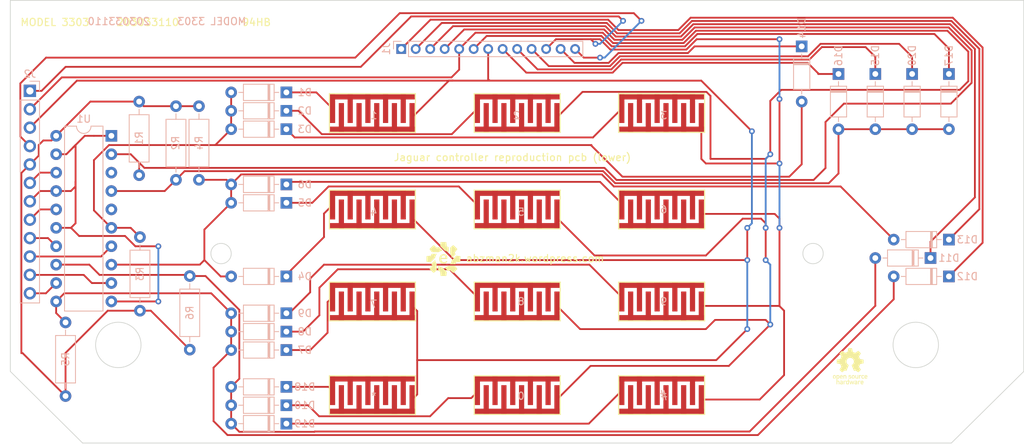
<source format=kicad_pcb>
(kicad_pcb (version 20211014) (generator pcbnew)
  (layers (0 "F.Cu" signal) (31 "B.Cu" signal) (34 "B.Paste" user) (35 "F.Paste" user) (36 "B.SilkS" user "B.Silkscreen") (37 "F.SilkS" user "F.Silkscreen") (38 "B.Mask" user) (39 "F.Mask" user) (44 "Edge.Cuts" user))
  (net 0 "")
  (net 1 "Net-(D1-Pad1)")
  (net 2 "/row3")
  (net 3 "Net-(D2-Pad1)")
  (net 4 "Net-(D3-Pad1)")
  (net 5 "Net-(D4-Pad1)")
  (net 6 "/row4")
  (net 7 "Net-(D5-Pad1)")
  (net 8 "Net-(D6-Pad1)")
  (net 9 "Net-(D7-Pad1)")
  (net 10 "/row5")
  (net 11 "Net-(D8-Pad1)")
  (net 12 "Net-(D9-Pad1)")
  (net 13 "Net-(D10-Pad1)")
  (net 14 "/row6")
  (net 15 "/up")
  (net 16 "/down")
  (net 17 "/left")
  (net 18 "/right")
  (net 19 "/A")
  (net 20 "/row2")
  (net 21 "/B")
  (net 22 "/C")
  (net 23 "Net-(D18-Pad1)")
  (net 24 "Net-(D19-Pad1)")
  (net 25 "/Opt")
  (net 26 "/Pause")
  (net 27 "/Ccom")
  (net 28 "/Bcom")
  (net 29 "/Opt com")
  (net 30 "/Acom")
  (net 31 "+5V")
  (net 32 "Net-(J2-Pad6)")
  (net 33 "GND")
  (net 34 "Net-(J2-Pad8)")
  (net 35 "Net-(J2-Pad9)")
  (net 36 "Net-(J2-Pad10)")
  (net 37 "Net-(J2-Pad11)")
  (net 38 "Net-(J2-Pad12)")
  (footprint "Evan's misc parts:jaguar keypad button" (layer "F.Cu") (at 172.965 82.575 -90)
    (fp_text reference "SW10" hide)
    (fp_text value "3")
  )
  (footprint "Evan's misc parts:jaguar keypad button" (layer "F.Cu") (at 172.965 121.505 -90)
    (fp_text reference "SW12" hide)
    (fp_text value "#")
  )
  (footprint "Evan's misc parts:OSHW gear" (layer "F.Cu") (at 198.9836 117.5258)
    (fp_text reference "G***" hide)
    (fp_text value "LOGO" hide)
  )
  (footprint "Evan's misc parts:jaguar keypad button" (layer "F.Cu") (at 153.035 95.885 -90)
    (fp_text reference "SW5" hide)
    (fp_text value "5")
  )
  (footprint "Evan's misc parts:jaguar keypad button" (layer "F.Cu") (at 133.045 95.885 -90)
    (fp_text reference "SW2" hide)
    (fp_text value "4")
  )
  (footprint "Evan's misc parts:Evan Logo" (layer "F.Cu") (at 142.8496 102.7176)
    (fp_text reference "G***" hide)
    (fp_text value "LOGO" hide)
  )
  (footprint "Evan's misc parts:jaguar keypad button" (layer "F.Cu") (at 133.045 82.575 -90)
    (fp_text reference "SW1" hide)
    (fp_text value "1")
  )
  (footprint "Evan's misc parts:jaguar keypad button" (layer "F.Cu") (at 172.965 95.885 -90)
    (fp_text reference "SW9" hide)
    (fp_text value "6")
  )
  (footprint "Evan's misc parts:jaguar keypad button" (layer "F.Cu") (at 153.035 82.575 -90)
    (fp_text reference "SW6" hide)
    (fp_text value "2")
  )
  (footprint "Evan's misc parts:jaguar keypad button" (layer "F.Cu") (at 133.045 108.585 -90)
    (fp_text reference "SW3" hide)
    (fp_text value "7")
  )
  (footprint "Evan's misc parts:jaguar keypad button" (layer "F.Cu") (at 153.035 121.505 -90)
    (fp_text reference "SW8" hide)
    (fp_text value "0")
  )
  (footprint "Evan's misc parts:jaguar keypad button" (layer "F.Cu") (at 133.045 121.505 -90)
    (fp_text reference "SW4" hide)
    (fp_text value "*")
  )
  (footprint "Evan's misc parts:jaguar keypad button" (layer "F.Cu") (at 153.035 108.585 -90)
    (fp_text reference "SW7" hide)
    (fp_text value "8")
  )
  (footprint "Evan's misc parts:jaguar keypad button" (layer "F.Cu") (at 172.965 108.585 -90)
    (fp_text reference "SW11" hide)
    (fp_text value "9")
  )
  (footprint "Resistor_THT:R_Axial_DIN0207_L6.3mm_D2.5mm_P10.16mm_Horizontal" (layer "B.Cu") (at 90.695 121.635 90)
    (fp_text reference "R5")
    (fp_text value "4.7k")
  )
  (footprint "Diode_THT:D_DO-35_SOD27_P7.62mm_Horizontal" (layer "B.Cu") (at 210.075 102.585 180)
    (fp_text reference "D11")
    (fp_text value "1N4148")
  )
  (footprint "Resistor_THT:R_Axial_DIN0207_L6.3mm_D2.5mm_P10.16mm_Horizontal" (layer "B.Cu") (at 100.965 109.855 90)
    (fp_text reference "R3")
    (fp_text value "4.7k")
  )
  (footprint "Diode_THT:D_DO-35_SOD27_P7.62mm_Horizontal" (layer "B.Cu") (at 202.455 77.185 -90)
    (fp_text reference "D15")
    (fp_text value "1N4148")
  )
  (footprint "Diode_THT:D_DO-35_SOD27_P7.62mm_Horizontal" (layer "B.Cu") (at 121.175 82.265 180)
    (fp_text reference "D2")
    (fp_text value "1N4148")
  )
  (footprint "Resistor_THT:R_Axial_DIN0207_L6.3mm_D2.5mm_P10.16mm_Horizontal" (layer "B.Cu") (at 109.11 81.63 -90)
    (fp_text reference "R4")
    (fp_text value "4.7k")
  )
  (footprint "Connector_PinHeader_2.54mm:PinHeader_1x12_P2.54mm_Vertical" (layer "B.Cu") (at 85.775 79.515 180)
    (fp_text reference "J2")
    (fp_text value "to console")
  )
  (footprint "Diode_THT:D_DO-35_SOD27_P7.62mm_Horizontal" (layer "B.Cu") (at 121.175 110.205 180)
    (fp_text reference "D9")
    (fp_text value "1N4148")
  )
  (footprint "Resistor_THT:R_Axial_DIN0207_L6.3mm_D2.5mm_P10.16mm_Horizontal" (layer "B.Cu") (at 100.855 80.995 -90)
    (fp_text reference "R1")
    (fp_text value "4.7k")
  )
  (footprint "Diode_THT:D_DO-35_SOD27_P7.62mm_Horizontal" (layer "B.Cu") (at 121.175 79.725 180)
    (fp_text reference "D1")
    (fp_text value "1N4148")
  )
  (footprint "Diode_THT:D_DO-35_SOD27_P7.62mm_Horizontal" (layer "B.Cu") (at 192.295 73.375 -90)
    (fp_text reference "D14")
    (fp_text value "1N4148")
  )
  (footprint "Diode_THT:D_DO-35_SOD27_P7.62mm_Horizontal" (layer "B.Cu") (at 212.615 105.125 180)
    (fp_text reference "D12")
    (fp_text value "1N4148")
  )
  (footprint "Diode_THT:D_DO-35_SOD27_P7.62mm_Horizontal" (layer "B.Cu") (at 121.175 122.905 180)
    (fp_text reference "D10")
    (fp_text value "1N4148")
  )
  (footprint "Diode_THT:D_DO-35_SOD27_P7.62mm_Horizontal" (layer "B.Cu") (at 212.615 77.185 -90)
    (fp_text reference "D17")
    (fp_text value "1N4148")
  )
  (footprint "Diode_THT:D_DO-35_SOD27_P7.62mm_Horizontal" (layer "B.Cu") (at 212.615 100.045 180)
    (fp_text reference "D13")
    (fp_text value "1N4148")
  )
  (footprint "Diode_THT:D_DO-35_SOD27_P7.62mm_Horizontal" (layer "B.Cu") (at 121.175 94.965 180)
    (fp_text reference "D5")
    (fp_text value "1N4148")
  )
  (footprint "Diode_THT:D_DO-35_SOD27_P7.62mm_Horizontal" (layer "B.Cu") (at 121.175 92.425 180)
    (fp_text reference "D6")
    (fp_text value "1N4148")
  )
  (footprint "Diode_THT:D_DO-35_SOD27_P7.62mm_Horizontal" (layer "B.Cu") (at 121.175 105.125 180)
    (fp_text reference "D4")
    (fp_text value "1N4148")
  )
  (footprint "Diode_THT:D_DO-35_SOD27_P7.62mm_Horizontal" (layer "B.Cu") (at 121.175 84.805 180)
    (fp_text reference "D3")
    (fp_text value "1N4148")
  )
  (footprint "Resistor_THT:R_Axial_DIN0207_L6.3mm_D2.5mm_P10.16mm_Horizontal" (layer "B.Cu") (at 105.935 81.63 -90)
    (fp_text reference "R2")
    (fp_text value "4.7k")
  )
  (footprint "Diode_THT:D_DO-35_SOD27_P7.62mm_Horizontal" (layer "B.Cu") (at 121.175 120.365 180)
    (fp_text reference "D18")
    (fp_text value "1N4148")
  )
  (footprint "Package_DIP:DIP-20_W7.62mm" (layer "B.Cu") (at 97.0196 85.7194 180)
    (fp_text reference "U1")
    (fp_text value "74HC244")
  )
  (footprint "Diode_THT:D_DO-35_SOD27_P7.62mm_Horizontal" (layer "B.Cu") (at 121.175 125.445 180)
    (fp_text reference "D19")
    (fp_text value "1N4148")
  )
  (footprint "Diode_THT:D_DO-35_SOD27_P7.62mm_Horizontal" (layer "B.Cu") (at 121.175 112.745 180)
    (fp_text reference "D8")
    (fp_text value "1N4148")
  )
  (footprint "Diode_THT:D_DO-35_SOD27_P7.62mm_Horizontal" (layer "B.Cu") (at 121.175 115.285 180)
    (fp_text reference "D7")
    (fp_text value "1N4148")
  )
  (footprint "Resistor_THT:R_Axial_DIN0207_L6.3mm_D2.5mm_P10.16mm_Horizontal" (layer "B.Cu") (at 107.84 115.2312 90)
    (fp_text reference "R6")
    (fp_text value "4.7k")
  )
  (footprint "Connector_PinHeader_2.00mm:PinHeader_1x13_P2.00mm_Vertical" (layer "B.Cu") (at 137.025 73.735 -90)
    (fp_text reference "J1")
    (fp_text value "to upper pcb")
  )
  (footprint "Diode_THT:D_DO-35_SOD27_P7.62mm_Horizontal" (layer "B.Cu") (at 197.375 77.185 -90)
    (fp_text reference "D16")
    (fp_text value "1N4148")
  )
  (footprint "Diode_THT:D_DO-35_SOD27_P7.62mm_Horizontal" (layer "B.Cu") (at 207.535 77.185 -90)
    (fp_text reference "D20")
    (fp_text value "1N4148")
  )
  (gr_line (start 222.945 67.025) (end 222.945 118.235) (layer "Edge.Cuts") (width 0.1))
  (gr_line (start 83.075 67.025) (end 222.945 67.025) (layer "Edge.Cuts") (width 0.1))
  (gr_circle (center 112.16 101.97) (end 113.565 101.97) (layer "Edge.Cuts") (width 0.1) (fill none))
  (gr_circle (center 208.04 114.58) (end 211.175 114.58) (layer "Edge.Cuts") (width 0.1) (fill none))
  (gr_line (start 212.945 128.125) (end 222.945 118.235) (layer "Edge.Cuts") (width 0.1))
  (gr_line (start 212.945 128.125) (end 93.0572 128.125) (layer "Edge.Cuts") (width 0.1))
  (gr_line (start 83.075 118.235) (end 93.0572 128.125) (layer "Edge.Cuts") (width 0.1))
  (gr_circle (center 193.86 101.97) (end 195.265 101.97) (layer "Edge.Cuts") (width 0.1) (fill none))
  (gr_circle (center 97.98 114.58) (end 101.115 114.58) (layer "Edge.Cuts") (width 0.1) (fill none))
  (gr_line (start 83.075 118.235) (end 83.075 67.025) (layer "Edge.Cuts") (width 0.1))
  (gr_text "MODEL 3303" (at 110.871 69.9262) (layer "B.SilkS") (effects (font (size 1 1)) (justify mirror)))
  (gr_text "203033110" (at 98.044 69.9262) (layer "B.SilkS") (effects (font (size 1 1)) (justify mirror)))
  (gr_text "203033110" (at 102.0572 70.0532) (layer "F.SilkS") (effects (font (size 1 1))))
  (gr_text "MODEL 3303" (at 89.2302 70.0532) (layer "F.SilkS") (effects (font (size 1 1))))
  (gr_text "Jaguar controller reproduction pcb (lower)" (at 152.3746 88.6968) (layer "F.SilkS") (effects (font (size 1 1))))
  (gr_text "abzman2k.wordpress.com" (at 155.4988 102.6414) (layer "F.SilkS") (effects (font (size 1 1))))
  (gr_text "94HB" (at 117.0432 70.0532) (layer "F.SilkS") (effects (font (size 1 1))))
  (segment (start 121.175 79.725) (end 125.305 79.725) (width 0.25) (layer "F.Cu") (net 1))
  (segment (start 125.305 79.725) (end 127.545 81.965) (width 0.25) (layer "F.Cu") (net 1))
  (segment (start 111.365 86.995) (end 113.555 84.805) (width 0.25) (layer "F.Cu") (net 2))
  (segment (start 97.0196 98.4194) (end 94.615 96.0148) (width 0.25) (layer "F.Cu") (net 2))
  (segment (start 97.0196 98.4194) (end 99.6894 98.4194) (width 0.25) (layer "F.Cu") (net 2))
  (segment (start 96.6937 86.995) (end 111.365 86.995) (width 0.25) (layer "F.Cu") (net 2))
  (segment (start 99.6894 98.4194) (end 100.965 99.695) (width 0.25) (layer "F.Cu") (net 2))
  (segment (start 113.555 84.805) (end 113.555 79.725) (width 0.25) (layer "F.Cu") (net 2))
  (segment (start 167.56144 91.36144) (end 190.57856 91.36144) (width 0.25) (layer "F.Cu") (net 2))
  (segment (start 94.615 89.0737) (end 96.6937 86.995) (width 0.25) (layer "F.Cu") (net 2))
  (segment (start 94.615 96.0148) (end 94.615 89.0737) (width 0.25) (layer "F.Cu") (net 2))
  (segment (start 111.365 86.995) (end 163.27356 86.995) (width 0.25) (layer "F.Cu") (net 2))
  (segment (start 163.27356 86.995) (end 163.27356 87.07356) (width 0.25) (layer "F.Cu") (net 2))
  (segment (start 192.295 89.645) (end 192.295 80.995) (width 0.25) (layer "F.Cu") (net 2))
  (segment (start 163.27356 87.07356) (end 167.56144 91.36144) (width 0.25) (layer "F.Cu") (net 2))
  (segment (start 190.57856 91.36144) (end 192.295 89.645) (width 0.25) (layer "F.Cu") (net 2))
  (segment (start 147.535 81.965) (end 144.005489 85.494511) (width 0.25) (layer "F.Cu") (net 3))
  (segment (start 122.84 82.265) (end 121.175 82.265) (width 0.25) (layer "F.Cu") (net 3))
  (segment (start 144.005489 85.494511) (end 126.069511 85.494511) (width 0.25) (layer "F.Cu") (net 3))
  (segment (start 126.069511 85.494511) (end 122.84 82.265) (width 0.25) (layer "F.Cu") (net 3))
  (segment (start 121.175 84.805) (end 122.314031 85.944031) (width 0.25) (layer "F.Cu") (net 4))
  (segment (start 163.485969 85.944031) (end 167.465 81.965) (width 0.25) (layer "F.Cu") (net 4))
  (segment (start 122.314031 85.944031) (end 163.485969 85.944031) (width 0.25) (layer "F.Cu") (net 4))
  (segment (start 121.175 104.885) (end 126.365 99.695) (width 0.25) (layer "F.Cu") (net 5))
  (segment (start 126.365 99.695) (end 126.365 96.455) (width 0.25) (layer "F.Cu") (net 5))
  (segment (start 126.365 96.455) (end 127.545 95.275) (width 0.25) (layer "F.Cu") (net 5))
  (segment (start 121.175 105.125) (end 121.175 104.885) (width 0.25) (layer "F.Cu") (net 5))
  (segment (start 112.11 105.125) (end 109.855 102.87) (width 0.25) (layer "F.Cu") (net 6))
  (segment (start 109.855 102.87) (end 109.855 98.665) (width 0.25) (layer "F.Cu") (net 6))
  (segment (start 114.935 91.045) (end 164.705 91.045) (width 0.25) (layer "F.Cu") (net 6))
  (segment (start 113.555 94.965) (end 113.555 92.425) (width 0.25) (layer "F.Cu") (net 6))
  (segment (start 164.705 91.045) (end 166.37 92.71) (width 0.25) (layer "F.Cu") (net 6))
  (segment (start 109.2256 103.4994) (end 109.855 102.87) (width 0.25) (layer "F.Cu") (net 6))
  (segment (start 97.0196 103.4994) (end 109.2256 103.4994) (width 0.25) (layer "F.Cu") (net 6))
  (segment (start 109.11 91.79) (end 112.92 91.79) (width 0.25) (layer "F.Cu") (net 6))
  (segment (start 113.555 92.425) (end 114.935 91.045) (width 0.25) (layer "F.Cu") (net 6))
  (segment (start 112.92 91.79) (end 113.555 92.425) (width 0.25) (layer "F.Cu") (net 6))
  (segment (start 166.37 92.71) (end 197.66 92.71) (width 0.25) (layer "F.Cu") (net 6))
  (segment (start 197.66 92.71) (end 204.995 100.045) (width 0.25) (layer "F.Cu") (net 6))
  (segment (start 113.555 105.125) (end 112.11 105.125) (width 0.25) (layer "F.Cu") (net 6))
  (segment (start 109.855 98.665) (end 113.555 94.965) (width 0.25) (layer "F.Cu") (net 6))
  (segment (start 124.745 94.965) (end 127 92.71) (width 0.25) (layer "F.Cu") (net 7))
  (segment (start 121.175 94.965) (end 124.745 94.965) (width 0.25) (layer "F.Cu") (net 7))
  (segment (start 127 92.71) (end 144.97 92.71) (width 0.25) (layer "F.Cu") (net 7))
  (segment (start 144.97 92.71) (end 147.535 95.275) (width 0.25) (layer "F.Cu") (net 7))
  (segment (start 164.465 92.075) (end 121.525 92.075) (width 0.25) (layer "F.Cu") (net 8))
  (segment (start 121.525 92.075) (end 121.175 92.425) (width 0.25) (layer "F.Cu") (net 8))
  (segment (start 167.465 95.075) (end 164.465 92.075) (width 0.25) (layer "F.Cu") (net 8))
  (segment (start 167.465 95.275) (end 167.465 95.075) (width 0.25) (layer "F.Cu") (net 8))
  (segment (start 126.860489 108.659511) (end 126.860489 112.890489) (width 0.25) (layer "F.Cu") (net 9))
  (segment (start 127.545 107.975) (end 126.860489 108.659511) (width 0.25) (layer "F.Cu") (net 9))
  (segment (start 124.465978 115.285) (end 121.175 115.285) (width 0.25) (layer "F.Cu") (net 9))
  (segment (start 126.860489 112.890489) (end 124.465978 115.285) (width 0.25) (layer "F.Cu") (net 9))
  (segment (start 113.555 110.205) (end 110.804889 107.454889) (width 0.25) (layer "F.Cu") (net 10))
  (segment (start 89.3996 108.5794) (end 89.3996 110.1796) (width 0.25) (layer "F.Cu") (net 10))
  (segment (start 204.995 108.275862) (end 186.251831 127.019031) (width 0.25) (layer "F.Cu") (net 10))
  (segment (start 204.995 105.125) (end 204.995 108.275862) (width 0.25) (layer "F.Cu") (net 10))
  (segment (start 113.049031 127.019031) (end 111.125 125.095) (width 0.25) (layer "F.Cu") (net 10))
  (segment (start 89.3996 110.1796) (end 90.695 111.475) (width 0.25) (layer "F.Cu") (net 10))
  (segment (start 186.251831 127.019031) (end 113.049031 127.019031) (width 0.25) (layer "F.Cu") (net 10))
  (segment (start 113.555 115.285) (end 113.555 110.205) (width 0.25) (layer "F.Cu") (net 10))
  (segment (start 110.804889 107.454889) (end 90.524111 107.454889) (width 0.25) (layer "F.Cu") (net 10))
  (segment (start 111.125 125.095) (end 111.125 117.715) (width 0.25) (layer "F.Cu") (net 10))
  (segment (start 90.524111 107.454889) (end 89.3996 108.5794) (width 0.25) (layer "F.Cu") (net 10))
  (segment (start 111.125 117.715) (end 113.555 115.285) (width 0.25) (layer "F.Cu") (net 10))
  (segment (start 125.73 110.49) (end 123.475 112.745) (width 0.25) (layer "F.Cu") (net 11))
  (segment (start 143.7 104.14) (end 128.27 104.14) (width 0.25) (layer "F.Cu") (net 11))
  (segment (start 123.475 112.745) (end 121.175 112.745) (width 0.25) (layer "F.Cu") (net 11))
  (segment (start 125.73 106.68) (end 125.73 110.49) (width 0.25) (layer "F.Cu") (net 11))
  (segment (start 128.27 104.14) (end 125.73 106.68) (width 0.25) (layer "F.Cu") (net 11))
  (segment (start 147.535 107.975) (end 143.7 104.14) (width 0.25) (layer "F.Cu") (net 11))
  (segment (start 124.46 105.41) (end 126.365 103.505) (width 0.25) (layer "F.Cu") (net 12))
  (segment (start 121.175 110.205) (end 121.57 110.205) (width 0.25) (layer "F.Cu") (net 12))
  (segment (start 121.57 110.205) (end 124.46 107.315) (width 0.25) (layer "F.Cu") (net 12))
  (segment (start 162.995 103.505) (end 167.465 107.975) (width 0.25) (layer "F.Cu") (net 12))
  (segment (start 126.365 103.505) (end 162.995 103.505) (width 0.25) (layer "F.Cu") (net 12))
  (segment (start 124.46 107.315) (end 124.46 105.41) (width 0.25) (layer "F.Cu") (net 12))
  (segment (start 146.685 121.92) (end 147.535 121.07) (width 0.25) (layer "F.Cu") (net 13))
  (segment (start 125.694511 124.424511) (end 141.005489 124.424511) (width 0.25) (layer "F.Cu") (net 13))
  (segment (start 121.175 122.905) (end 124.175 122.905) (width 0.25) (layer "F.Cu") (net 13))
  (segment (start 143.51 121.92) (end 146.685 121.92) (width 0.25) (layer "F.Cu") (net 13))
  (segment (start 147.535 121.07) (end 147.535 120.895) (width 0.25) (layer "F.Cu") (net 13))
  (segment (start 124.175 122.905) (end 125.694511 124.424511) (width 0.25) (layer "F.Cu") (net 13))
  (segment (start 141.005489 124.424511) (end 143.51 121.92) (width 0.25) (layer "F.Cu") (net 13))
  (segment (start 110.0115 105.0712) (end 114.679511 109.739211) (width 0.25) (layer "F.Cu") (net 14))
  (segment (start 107.84 105.0712) (end 107.683689 104.914889) (width 0.25) (layer "F.Cu") (net 14))
  (segment (start 95.389889 104.914889) (end 93.9744 103.4994) (width 0.25) (layer "F.Cu") (net 14))
  (segment (start 125.055009 126.569511) (end 125.095 126.52952) (width 0.25) (layer "F.Cu") (net 14))
  (segment (start 93.9744 103.4994) (end 89.3996 103.4994) (width 0.25) (layer "F.Cu") (net 14))
  (segment (start 202.455 109.17644) (end 185.10192 126.52952) (width 0.25) (layer "F.Cu") (net 14))
  (segment (start 114.679511 126.569511) (end 125.055009 126.569511) (width 0.25) (layer "F.Cu") (net 14))
  (segment (start 114.679511 109.739211) (end 114.679511 119.240489) (width 0.25) (layer "F.Cu") (net 14))
  (segment (start 107.683689 104.914889) (end 95.389889 104.914889) (width 0.25) (layer "F.Cu") (net 14))
  (segment (start 113.555 125.445) (end 113.555 120.365) (width 0.25) (layer "F.Cu") (net 14))
  (segment (start 202.455 102.585) (end 202.455 109.17644) (width 0.25) (layer "F.Cu") (net 14))
  (segment (start 114.679511 119.240489) (end 113.555 120.365) (width 0.25) (layer "F.Cu") (net 14))
  (segment (start 125.095 126.52952) (end 185.10192 126.52952) (width 0.25) (layer "F.Cu") (net 14))
  (segment (start 107.84 105.0712) (end 110.0115 105.0712) (width 0.25) (layer "F.Cu") (net 14))
  (segment (start 113.555 125.445) (end 114.679511 126.569511) (width 0.25) (layer "F.Cu") (net 14))
  (segment (start 166.632605 72.01904) (end 175.632395 72.01904) (width 0.25) (layer "F.Cu") (net 15))
  (segment (start 165.205484 70.59192) (end 166.632605 72.01904) (width 0.25) (layer "F.Cu") (net 15))
  (segment (start 175.632395 72.01904) (end 177.334506 70.316929) (width 0.25) (layer "F.Cu") (net 15))
  (segment (start 144.16808 70.59192) (end 165.205484 70.59192) (width 0.25) (layer "F.Cu") (net 15))
  (segment (start 210.075 100.335978) (end 210.075 102.585) (width 0.25) (layer "F.Cu") (net 15))
  (segment (start 141.025 73.735) (end 144.16808 70.59192) (width 0.25) (layer "F.Cu") (net 15))
  (segment (start 212.772922 70.316929) (end 216.19712 73.741127) (width 0.25) (layer "F.Cu") (net 15))
  (segment (start 177.334506 70.316929) (end 212.772922 70.316929) (width 0.25) (layer "F.Cu") (net 15))
  (segment (start 216.19712 94.213858) (end 210.075 100.335978) (width 0.25) (layer "F.Cu") (net 15))
  (segment (start 216.19712 73.741127) (end 216.19712 94.213858) (width 0.25) (layer "F.Cu") (net 15))
  (segment (start 165.57788 69.69288) (end 167.005 71.12) (width 0.25) (layer "F.Cu") (net 16))
  (segment (start 217.26392 73.536492) (end 217.26392 100.47608) (width 0.25) (layer "F.Cu") (net 16))
  (segment (start 141.06712 69.69288) (end 165.57788 69.69288) (width 0.25) (layer "F.Cu") (net 16))
  (segment (start 217.26392 100.47608) (end 212.615 105.125) (width 0.25) (layer "F.Cu") (net 16))
  (segment (start 213.145317 69.417889) (end 217.26392 73.536492) (width 0.25) (layer "F.Cu") (net 16))
  (segment (start 137.025 73.735) (end 141.06712 69.69288) (width 0.25) (layer "F.Cu") (net 16))
  (segment (start 176.962112 69.417889) (end 213.145317 69.417889) (width 0.25) (layer "F.Cu") (net 16))
  (segment (start 175.26 71.12) (end 176.962112 69.417889) (width 0.25) (layer "F.Cu") (net 16))
  (segment (start 167.005 71.12) (end 175.26 71.12) (width 0.25) (layer "F.Cu") (net 16))
  (segment (start 177.148309 69.867409) (end 212.959119 69.867409) (width 0.25) (layer "F.Cu") (net 17))
  (segment (start 166.818802 71.56952) (end 175.446198 71.56952) (width 0.25) (layer "F.Cu") (net 17))
  (segment (start 212.959119 69.867409) (end 216.8144 73.72269) (width 0.25) (layer "F.Cu") (net 17))
  (segment (start 165.391682 70.1424) (end 166.818802 71.56952) (width 0.25) (layer "F.Cu") (net 17))
  (segment (start 142.6176 70.1424) (end 165.391682 70.1424) (width 0.25) (layer "F.Cu") (net 17))
  (segment (start 139.025 73.735) (end 142.6176 70.1424) (width 0.25) (layer "F.Cu") (net 17))
  (segment (start 175.446198 71.56952) (end 177.148309 69.867409) (width 0.25) (layer "F.Cu") (net 17))
  (segment (start 216.8144 95.8456) (end 212.615 100.045) (width 0.25) (layer "F.Cu") (net 17))
  (segment (start 216.8144 73.72269) (end 216.8144 95.8456) (width 0.25) (layer "F.Cu") (net 17))
  (segment (start 176.595 74.295) (end 167.005 74.295) (width 0.25) (layer "F.Cu") (net 18))
  (segment (start 160.944511 75.654511) (end 159.025 73.735) (width 0.25) (layer "F.Cu") (net 18))
  (segment (start 177.515 73.375) (end 176.595 74.295) (width 0.25) (layer "F.Cu") (net 18))
  (segment (start 192.295 73.375) (end 177.515 73.375) (width 0.25) (layer "F.Cu") (net 18))
  (segment (start 165.645489 75.654511) (end 160.944511 75.654511) (width 0.25) (layer "F.Cu") (net 18))
  (segment (start 167.005 74.295) (end 165.645489 75.654511) (width 0.25) (layer "F.Cu") (net 18))
  (segment (start 201.10952 73.47452) (end 202.455 74.82) (width 0.25) (layer "F.Cu") (net 19))
  (segment (start 195.080219 73.47452) (end 201.10952 73.47452) (width 0.25) (layer "F.Cu") (net 19))
  (segment (start 155.843551 76.553551) (end 166.017883 76.553551) (width 0.25) (layer "F.Cu") (net 19))
  (segment (start 166.017883 76.553551) (end 167.377394 75.19404) (width 0.25) (layer "F.Cu") (net 19))
  (segment (start 153.025 73.735) (end 155.843551 76.553551) (width 0.25) (layer "F.Cu") (net 19))
  (segment (start 193.360699 75.19404) (end 195.080219 73.47452) (width 0.25) (layer "F.Cu") (net 19))
  (segment (start 202.455 74.82) (end 202.455 77.185) (width 0.25) (layer "F.Cu") (net 19))
  (segment (start 167.377394 75.19404) (end 193.360699 75.19404) (width 0.25) (layer "F.Cu") (net 19))
  (segment (start 104.3856 93.3394) (end 105.935 91.79) (width 0.25) (layer "F.Cu") (net 20))
  (segment (start 107.12952 90.59548) (end 105.935 91.79) (width 0.25) (layer "F.Cu") (net 20))
  (segment (start 164.891198 90.59548) (end 107.12952 90.59548) (width 0.25) (layer "F.Cu") (net 20))
  (segment (start 196.02952 92.26048) (end 166.556198 92.26048) (width 0.25) (layer "F.Cu") (net 20))
  (segment (start 212.615 84.805) (end 197.375 84.805) (width 0.25) (layer "F.Cu") (net 20))
  (segment (start 197.375 84.805) (end 197.375 90.915) (width 0.25) (layer "F.Cu") (net 20))
  (segment (start 197.375 90.915) (end 196.02952 92.26048) (width 0.25) (layer "F.Cu") (net 20))
  (segment (start 166.556198 92.26048) (end 164.891198 90.59548) (width 0.25) (layer "F.Cu") (net 20))
  (segment (start 97.0196 93.3394) (end 104.3856 93.3394) (width 0.25) (layer "F.Cu") (net 20))
  (segment (start 194.58144 77.185) (end 194.58144 77.10644) (width 0.25) (layer "F.Cu") (net 21))
  (segment (start 194.58144 77.10644) (end 193.11856 75.64356) (width 0.25) (layer "F.Cu") (net 21))
  (segment (start 197.375 77.185) (end 194.58144 77.185) (width 0.25) (layer "F.Cu") (net 21))
  (segment (start 167.563592 75.64356) (end 166.20408 77.003071) (width 0.25) (layer "F.Cu") (net 21))
  (segment (start 166.20408 77.003071) (end 154.293071 77.003071) (width 0.25) (layer "F.Cu") (net 21))
  (segment (start 154.293071 77.003071) (end 151.025 73.735) (width 0.25) (layer "F.Cu") (net 21))
  (segment (start 193.11856 75.64356) (end 167.563592 75.64356) (width 0.25) (layer "F.Cu") (net 21))
  (segment (start 212.615 73.6684) (end 212.615 77.185) (width 0.25) (layer "F.Cu") (net 22))
  (segment (start 148.81952 71.94048) (end 164.646892 71.94048) (width 0.25) (layer "F.Cu") (net 22))
  (segment (start 166.074012 73.3676) (end 176.190989 73.3676) (width 0.25) (layer "F.Cu") (net 22))
  (segment (start 164.646892 71.94048) (end 166.074012 73.3676) (width 0.25) (layer "F.Cu") (net 22))
  (segment (start 210.612089 71.665489) (end 212.615 73.6684) (width 0.25) (layer "F.Cu") (net 22))
  (segment (start 177.893099 71.665489) (end 210.612089 71.665489) (width 0.25) (layer "F.Cu") (net 22))
  (segment (start 147.025 73.735) (end 148.81952 71.94048) (width 0.25) (layer "F.Cu") (net 22))
  (segment (start 176.190989 73.3676) (end 177.893099 71.665489) (width 0.25) (layer "F.Cu") (net 22))
  (segment (start 127.015 120.365) (end 127.545 120.895) (width 0.25) (layer "F.Cu") (net 23))
  (segment (start 121.175 120.365) (end 127.015 120.365) (width 0.25) (layer "F.Cu") (net 23))
  (segment (start 121.175 125.445) (end 162.915 125.445) (width 0.25) (layer "F.Cu") (net 24))
  (segment (start 162.915 125.445) (end 167.465 120.895) (width 0.25) (layer "F.Cu") (net 24))
  (segment (start 194.894022 73.025) (end 205.74 73.025) (width 0.25) (layer "F.Cu") (net 25))
  (segment (start 157.394031 76.104031) (end 165.831686 76.104031) (width 0.25) (layer "F.Cu") (net 25))
  (segment (start 193.174502 74.74452) (end 194.894022 73.025) (width 0.25) (layer "F.Cu") (net 25))
  (segment (start 207.535 74.82) (end 207.535 77.185) (width 0.25) (layer "F.Cu") (net 25))
  (segment (start 167.191197 74.74452) (end 193.174502 74.74452) (width 0.25) (layer "F.Cu") (net 25))
  (segment (start 205.74 73.025) (end 207.535 74.82) (width 0.25) (layer "F.Cu") (net 25))
  (segment (start 155.025 73.735) (end 157.394031 76.104031) (width 0.25) (layer "F.Cu") (net 25))
  (segment (start 165.831686 76.104031) (end 167.191197 74.74452) (width 0.25) (layer "F.Cu") (net 25))
  (segment (start 99.6894 88.2594) (end 100.855 89.425) (width 0.25) (layer "F.Cu") (net 26))
  (segment (start 215.7476 78.4098) (end 212.8774 81.28) (width 0.25) (layer "F.Cu") (net 26))
  (segment (start 215.7476 73.927324) (end 215.7476 78.4098) (width 0.25) (layer "F.Cu") (net 26))
  (segment (start 195.58 83.82) (end 195.58 90.17) (width 0.25) (layer "F.Cu") (net 26))
  (segment (start 100.855 89.425) (end 100.855 91.155) (width 0.25) (layer "F.Cu") (net 26))
  (segment (start 143.025 73.735) (end 145.71856 71.04144) (width 0.25) (layer "F.Cu") (net 26))
  (segment (start 165.077395 90.14596) (end 101.57596 90.14596) (width 0.25) (layer "F.Cu") (net 26))
  (segment (start 97.0196 88.2594) (end 99.6894 88.2594) (width 0.25) (layer "F.Cu") (net 26))
  (segment (start 166.742395 91.81096) (end 165.077395 90.14596) (width 0.25) (layer "F.Cu") (net 26))
  (segment (start 195.58 90.17) (end 193.93904 91.81096) (width 0.25) (layer "F.Cu") (net 26))
  (segment (start 145.71856 71.04144) (end 165.019288 71.04144) (width 0.25) (layer "F.Cu") (net 26))
  (segment (start 165.019288 71.04144) (end 166.446408 72.46856) (width 0.25) (layer "F.Cu") (net 26))
  (segment (start 166.446408 72.46856) (end 175.818592 72.46856) (width 0.25) (layer "F.Cu") (net 26))
  (segment (start 212.586725 70.766449) (end 215.7476 73.927324) (width 0.25) (layer "F.Cu") (net 26))
  (segment (start 177.520703 70.766449) (end 212.586725 70.766449) (width 0.25) (layer "F.Cu") (net 26))
  (segment (start 175.818592 72.46856) (end 177.520703 70.766449) (width 0.25) (layer "F.Cu") (net 26))
  (segment (start 101.57596 90.14596) (end 100.855 89.425) (width 0.25) (layer "F.Cu") (net 26))
  (segment (start 193.93904 91.81096) (end 166.742395 91.81096) (width 0.25) (layer "F.Cu") (net 26))
  (segment (start 198.12 81.28) (end 195.58 83.82) (width 0.25) (layer "F.Cu") (net 26))
  (segment (start 212.8774 81.28) (end 198.12 81.28) (width 0.25) (layer "F.Cu") (net 26))
  (segment (start 166.26021 72.91808) (end 176.004789 72.91808) (width 0.25) (layer "F.Cu") (net 27))
  (segment (start 212.400527 71.215969) (end 215.2904 74.105842) (width 0.25) (layer "F.Cu") (net 27))
  (segment (start 189.475386 79.375) (end 187.96 80.890386) (width 0.25) (layer "F.Cu") (net 27))
  (segment (start 158.515 97.049022) (end 163.700978 102.235) (width 0.25) (layer "F.Cu") (net 27))
  (segment (start 163.155 117.475) (end 182.245 117.475) (width 0.25) (layer "F.Cu") (net 27))
  (segment (start 187.325 98.425) (end 187.325 102.87) (width 0.25) (layer "F.Cu") (net 27))
  (segment (start 158.515 96.495) (end 158.515 97.049022) (width 0.25) (layer "F.Cu") (net 27))
  (segment (start 161.715 112.395) (end 158.515 109.195) (width 0.25) (layer "F.Cu") (net 27))
  (segment (start 162.044511 79.655489) (end 179.149511 79.655489) (width 0.25) (layer "F.Cu") (net 27))
  (segment (start 179.07 102.235) (end 184.15 97.155) (width 0.25) (layer "F.Cu") (net 27))
  (segment (start 179.07 112.395) (end 161.715 112.395) (width 0.25) (layer "F.Cu") (net 27))
  (segment (start 179.705 88.9) (end 187.325 88.9) (width 0.25) (layer "F.Cu") (net 27))
  (segment (start 215.2904 78.1812) (end 214.0966 79.375) (width 0.25) (layer "F.Cu") (net 27))
  (segment (start 214.0966 79.375) (end 189.475386 79.375) (width 0.25) (layer "F.Cu") (net 27))
  (segment (start 187.96 80.890386) (end 187.96 88.265) (width 0.25) (layer "F.Cu") (net 27))
  (segment (start 215.2904 74.105842) (end 215.2904 78.1812) (width 0.25) (layer "F.Cu") (net 27))
  (segment (start 184.15 97.155) (end 186.69 97.155) (width 0.25) (layer "F.Cu") (net 27))
  (segment (start 187.96 111.76) (end 187.325 111.125) (width 0.25) (layer "F.Cu") (net 27))
  (segment (start 187.325 111.125) (end 180.34 111.125) (width 0.25) (layer "F.Cu") (net 27))
  (segment (start 90.17452 77.65548) (end 143.95952 77.65548) (width 0.25) (layer "F.Cu") (net 27))
  (segment (start 163.700978 102.235) (end 179.07 102.235) (width 0.25) (layer "F.Cu") (net 27))
  (segment (start 186.69 97.155) (end 187.325 97.79) (width 0.25) (layer "F.Cu") (net 27))
  (segment (start 145.025 73.735) (end 147.26904 71.49096) (width 0.25) (layer "F.Cu") (net 27))
  (segment (start 158.515 122.115) (end 163.155 117.475) (width 0.25) (layer "F.Cu") (net 27))
  (segment (start 143.95952 77.65548) (end 145.025 76.59) (width 0.25) (layer "F.Cu") (net 27))
  (segment (start 158.515 83.185) (end 162.044511 79.655489) (width 0.25) (layer "F.Cu") (net 27))
  (segment (start 147.26904 71.49096) (end 164.83309 71.49096) (width 0.25) (layer "F.Cu") (net 27))
  (segment (start 177.706902 71.215969) (end 212.400527 71.215969) (width 0.25) (layer "F.Cu") (net 27))
  (segment (start 187.325 88.9) (end 187.96 88.265) (width 0.25) (layer "F.Cu") (net 27))
  (segment (start 164.83309 71.49096) (end 166.26021 72.91808) (width 0.25) (layer "F.Cu") (net 27))
  (segment (start 145.025 76.59) (end 145.025 73.735) (width 0.25) (layer "F.Cu") (net 27))
  (segment (start 182.245 117.475) (end 187.96 111.76) (width 0.25) (layer "F.Cu") (net 27))
  (segment (start 180.34 111.125) (end 179.07 112.395) (width 0.25) (layer "F.Cu") (net 27))
  (segment (start 176.004789 72.91808) (end 177.706902 71.215969) (width 0.25) (layer "F.Cu") (net 27))
  (segment (start 187.325 97.79) (end 187.325 98.425) (width 0.25) (layer "F.Cu") (net 27))
  (segment (start 85.775 82.055) (end 90.17452 77.65548) (width 0.25) (layer "F.Cu") (net 27))
  (segment (start 179.149511 79.655489) (end 179.705 80.210978) (width 0.25) (layer "F.Cu") (net 27))
  (segment (start 179.705 80.210978) (end 179.705 88.9) (width 0.25) (layer "F.Cu") (net 27))
  (via (at 187.325 98.425) (size 0.8) (drill 0.4) (layers "F.Cu" "B.Cu") (net 27))
  (via (at 187.96 111.76) (size 0.8) (drill 0.4) (layers "F.Cu" "B.Cu") (net 27))
  (via (at 187.96 88.265) (size 0.8) (drill 0.4) (layers "F.Cu" "B.Cu") (net 27))
  (via (at 187.325 102.87) (size 0.8) (drill 0.4) (layers "F.Cu" "B.Cu") (net 27))
  (segment (start 187.325 98.425) (end 187.325 88.9) (width 0.25) (layer "B.Cu") (net 27))
  (segment (start 187.96 111.76) (end 187.96 103.505) (width 0.25) (layer "B.Cu") (net 27))
  (segment (start 187.325 88.9) (end 187.96 88.265) (width 0.25) (layer "B.Cu") (net 27))
  (segment (start 187.96 103.505) (end 187.325 102.87) (width 0.25) (layer "B.Cu") (net 27))
  (segment (start 144.145 78.105) (end 149.225 78.105) (width 0.25) (layer "F.Cu") (net 28))
  (segment (start 143.605 78.105) (end 144.145 78.105) (width 0.25) (layer "F.Cu") (net 28))
  (segment (start 149.225 78.105) (end 178.435 78.105) (width 0.25) (layer "F.Cu") (net 28))
  (segment (start 138.525 97.049022) (end 144.345978 102.87) (width 0.25) (layer "F.Cu") (net 28))
  (segment (start 144.145 78.105) (end 92.265 78.105) (width 0.25) (layer "F.Cu") (net 28))
  (segment (start 178.435 78.105) (end 185.42 85.09) (width 0.25) (layer "F.Cu") (net 28))
  (segment (start 184.785 102.87) (end 184.785 98.425) (width 0.25) (layer "F.Cu") (net 28))
  (segment (start 149.025 73.735) (end 149.025 77.905) (width 0.25) (layer "F.Cu") (net 28))
  (segment (start 144.345978 102.87) (end 184.785 102.87) (width 0.25) (layer "F.Cu") (net 28))
  (segment (start 138.525 83.185) (end 143.605 78.105) (width 0.25) (layer "F.Cu") (net 28))
  (segment (start 139.229511 116.675489) (end 180.504511 116.675489) (width 0.25) (layer "F.Cu") (net 28))
  (segment (start 139.229511 121.410489) (end 138.525 122.115) (width 0.25) (layer "F.Cu") (net 28))
  (segment (start 138.525 96.495) (end 138.525 97.049022) (width 0.25) (layer "F.Cu") (net 28))
  (segment (start 149.025 77.905) (end 149.225 78.105) (width 0.25) (layer "F.Cu") (net 28))
  (segment (start 180.504511 116.675489) (end 184.785 112.395) (width 0.25) (layer "F.Cu") (net 28))
  (segment (start 138.525 109.195) (end 139.229511 109.899511) (width 0.25) (layer "F.Cu") (net 28))
  (segment (start 139.229511 109.899511) (end 139.229511 116.675489) (width 0.25) (layer "F.Cu") (net 28))
  (segment (start 92.265 78.105) (end 85.775 84.595) (width 0.25) (layer "F.Cu") (net 28))
  (segment (start 139.229511 116.675489) (end 139.229511 121.410489) (width 0.25) (layer "F.Cu") (net 28))
  (via (at 185.42 85.09) (size 0.8) (drill 0.4) (layers "F.Cu" "B.Cu") (net 28))
  (via (at 184.785 98.425) (size 0.8) (drill 0.4) (layers "F.Cu" "B.Cu") (net 28))
  (via (at 184.785 102.87) (size 0.8) (drill 0.4) (layers "F.Cu" "B.Cu") (net 28))
  (via (at 184.785 112.395) (size 0.8) (drill 0.4) (layers "F.Cu" "B.Cu") (net 28))
  (segment (start 184.785 102.87) (end 184.785 112.395) (width 0.25) (layer "B.Cu") (net 28))
  (segment (start 185.42 97.79) (end 184.785 98.425) (width 0.25) (layer "B.Cu") (net 28))
  (segment (start 185.42 85.09) (end 185.42 97.79) (width 0.25) (layer "B.Cu") (net 28))
  (segment (start 178.445 122.115) (end 186.495 122.115) (width 0.25) (layer "F.Cu") (net 29))
  (segment (start 189.23 89.535) (end 189.23 80.645) (width 0.25) (layer "F.Cu") (net 29))
  (segment (start 189.205 109.195) (end 189.23 109.17) (width 0.25) (layer "F.Cu") (net 29))
  (segment (start 158.37 72.39) (end 157.025 73.735) (width 0.25) (layer "F.Cu") (net 29))
  (segment (start 179.07 89.535) (end 189.23 89.535) (width 0.25) (layer "F.Cu") (net 29))
  (segment (start 178.445 83.185) (end 178.445 88.91) (width 0.25) (layer "F.Cu") (net 29))
  (segment (start 189.205 109.195) (end 178.445 109.195) (width 0.25) (layer "F.Cu") (net 29))
  (segment (start 176.377187 73.81712) (end 177.804307 72.39) (width 0.25) (layer "F.Cu") (net 29))
  (segment (start 189.865 118.745) (end 189.865 109.855) (width 0.25) (layer "F.Cu") (net 29))
  (segment (start 186.495 122.115) (end 189.865 118.745) (width 0.25) (layer "F.Cu") (net 29))
  (segment (start 87.3884 79.515) (end 90.7034 76.2) (width 0.25) (layer "F.Cu") (net 29))
  (segment (start 163.83 73.025) (end 163.195 72.39) (width 0.25) (layer "F.Cu") (net 29))
  (segment (start 163.195 72.39) (end 158.37 72.39) (width 0.25) (layer "F.Cu") (net 29))
  (segment (start 178.445 88.91) (end 179.07 89.535) (width 0.25) (layer "F.Cu") (net 29))
  (segment (start 131.445 76.2) (end 138.40164 69.24336) (width 0.25) (layer "F.Cu") (net 29))
  (segment (start 90.7034 76.2) (end 131.445 76.2) (width 0.25) (layer "F.Cu") (net 29))
  (segment (start 177.804307 72.39) (end 189.23 72.39) (width 0.25) (layer "F.Cu") (net 29))
  (segment (start 188.57 96.495) (end 178.445 96.495) (width 0.25) (layer "F.Cu") (net 29))
  (segment (start 167.03336 69.24336) (end 167.64 69.85) (width 0.25) (layer "F.Cu") (net 29))
  (segment (start 138.40164 69.24336) (end 167.03336 69.24336) (width 0.25) (layer "F.Cu") (net 29))
  (segment (start 165.887814 73.81712) (end 176.377187 73.81712) (width 0.25) (layer "F.Cu") (net 29))
  (segment (start 163.195 72.39) (end 164.460694 72.39) (width 0.25) (layer "F.Cu") (net 29))
  (segment (start 189.23 97.155) (end 188.57 96.495) (width 0.25) (layer "F.Cu") (net 29))
  (segment (start 164.460694 72.39) (end 165.887814 73.81712) (width 0.25) (layer "F.Cu") (net 29))
  (segment (start 189.23 98.425) (end 189.23 97.155) (width 0.25) (layer "F.Cu") (net 29))
  (segment (start 85.775 79.515) (end 87.3884 79.515) (width 0.25) (layer "F.Cu") (net 29))
  (segment (start 189.865 109.855) (end 189.205 109.195) (width 0.25) (layer "F.Cu") (net 29))
  (segment (start 189.23 109.17) (end 189.23 98.425) (width 0.25) (layer "F.Cu") (net 29))
  (via (at 163.83 73.025) (size 0.8) (drill 0.4) (layers "F.Cu" "B.Cu") (net 29))
  (via (at 189.23 89.535) (size 0.8) (drill 0.4) (layers "F.Cu" "B.Cu") (net 29))
  (via (at 189.23 72.39) (size 0.8) (drill 0.4) (layers "F.Cu" "B.Cu") (net 29))
  (via (at 189.23 98.425) (size 0.8) (drill 0.4) (layers "F.Cu" "B.Cu") (net 29))
  (via (at 189.23 80.645) (size 0.8) (drill 0.4) (layers "F.Cu" "B.Cu") (net 29))
  (via (at 167.64 69.85) (size 0.8) (drill 0.4) (layers "F.Cu" "B.Cu") (net 29))
  (segment (start 164.465 73.025) (end 163.83 73.025) (width 0.25) (layer "B.Cu") (net 29))
  (segment (start 189.23 72.39) (end 189.23 80.645) (width 0.25) (layer "B.Cu") (net 29))
  (segment (start 189.23 89.535) (end 189.23 98.425) (width 0.25) (layer "B.Cu") (net 29))
  (segment (start 167.64 69.85) (end 164.465 73.025) (width 0.25) (layer "B.Cu") (net 29))
  (segment (start 88.010978 74.93) (end 84.455 78.485978) (width 0.25) (layer "F.Cu") (net 30))
  (segment (start 169.12384 68.79384) (end 136.81916 68.79384) (width 0.25) (layer "F.Cu") (net 30))
  (segment (start 84.455 85.815) (end 85.775 87.135) (width 0.25) (layer "F.Cu") (net 30))
  (segment (start 170.18 69.85) (end 169.12384 68.79384) (width 0.25) (layer "F.Cu") (net 30))
  (segment (start 136.81916 68.79384) (end 130.683 74.93) (width 0.25) (layer "F.Cu") (net 30))
  (segment (start 162.22 74.93) (end 161.025 73.735) (width 0.25) (layer "F.Cu") (net 30))
  (segment (start 84.455 78.485978) (end 84.455 85.815) (width 0.25) (layer "F.Cu") (net 30))
  (segment (start 164.465 74.93) (end 162.22 74.93) (width 0.25) (layer "F.Cu") (net 30))
  (segment (start 130.683 74.93) (end 88.010978 74.93) (width 0.25) (layer "F.Cu") (net 30))
  (via (at 170.18 69.85) (size 0.8) (drill 0.4) (layers "F.Cu" "B.Cu") (net 30))
  (via (at 164.465 74.93) (size 0.8) (drill 0.4) (layers "F.Cu" "B.Cu") (net 30))
  (segment (start 170.18 69.85) (end 165.1 74.93) (width 0.25) (layer "B.Cu") (net 30))
  (segment (start 165.1 74.93) (end 164.465 74.93) (width 0.25) (layer "B.Cu") (net 30))
  (segment (start 84.600489 115.715489) (end 84.775489 115.715489) (width 0.25) (layer "F.Cu") (net 31))
  (segment (start 90.695 115.68) (end 96.52 109.855) (width 0.25) (layer "F.Cu") (net 31))
  (segment (start 101.49 81.63) (end 100.855 80.995) (width 0.25) (layer "F.Cu") (net 31))
  (segment (start 86.995 86.995) (end 86.995 88.455) (width 0.25) (layer "F.Cu") (net 31))
  (segment (start 86.995 88.455) (end 85.775 89.675) (width 0.25) (layer "F.Cu") (net 31))
  (segment (start 85.775 89.675) (end 84.600489 90.849511) (width 0.25) (layer "F.Cu") (net 31))
  (segment (start 96.52 109.855) (end 100.965 109.855) (width 0.25) (layer "F.Cu") (net 31))
  (segment (start 100.855 80.995) (end 94.124 80.995) (width 0.25) (layer "F.Cu") (net 31))
  (segment (start 84.775489 115.715489) (end 90.695 121.635) (width 0.25) (layer "F.Cu") (net 31))
  (segment (start 105.935 81.63) (end 101.49 81.63) (width 0.25) (layer "F.Cu") (net 31))
  (segment (start 94.124 80.995) (end 89.3996 85.7194) (width 0.25) (layer "F.Cu") (net 31))
  (segment (start 87.63 86.36) (end 86.995 86.995) (width 0.25) (layer "F.Cu") (net 31))
  (segment (start 88.759 86.36) (end 87.63 86.36) (width 0.25) (layer "F.Cu") (net 31))
  (segment (start 89.3996 85.7194) (end 88.759 86.36) (width 0.25) (layer "F.Cu") (net 31))
  (segment (start 109.11 81.63) (end 105.935 81.63) (width 0.25) (layer "F.Cu") (net 31))
  (segment (start 100.965 109.855) (end 102.4638 109.855) (width 0.25) (layer "F.Cu") (net 31))
  (segment (start 90.695 121.635) (end 90.695 115.68) (width 0.25) (layer "F.Cu") (net 31))
  (segment (start 84.600489 90.849511) (end 84.600489 115.715489) (width 0.25) (layer "F.Cu") (net 31))
  (segment (start 102.4638 109.855) (end 107.84 115.2312) (width 0.25) (layer "F.Cu") (net 31))
  (segment (start 87.1906 90.7994) (end 85.775 92.215) (width 0.25) (layer "F.Cu") (net 32))
  (segment (start 89.3996 90.7994) (end 87.1906 90.7994) (width 0.25) (layer "F.Cu") (net 32))
  (segment (start 90.8106 88.2594) (end 91.7575 87.3125) (width 0.25) (layer "F.Cu") (net 33))
  (segment (start 89.3996 93.3394) (end 87.1906 93.3394) (width 0.25) (layer "F.Cu") (net 33))
  (segment (start 100.33 100.965) (end 103.505 100.965) (width 0.25) (layer "F.Cu") (net 33))
  (segment (start 92.570111 99.543911) (end 98.908911 99.543911) (width 0.25) (layer "F.Cu") (net 33))
  (segment (start 97.0196 108.5794) (end 103.4994 108.5794) (width 0.25) (layer "F.Cu") (net 33))
  (segment (start 98.908911 99.543911) (end 100.33 100.965) (width 0.25) (layer "F.Cu") (net 33))
  (segment (start 91.4456 98.4194) (end 92.570111 99.543911) (width 0.25) (layer "F.Cu") (net 33))
  (segment (start 91.7575 87.3125) (end 93.3506 85.7194) (width 0.25) (layer "F.Cu") (net 33))
  (segment (start 92.0806 97.7844) (end 92.0806 92.0694) (width 0.25) (layer "F.Cu") (net 33))
  (segment (start 89.3996 88.2594) (end 90.8106 88.2594) (width 0.25) (layer "F.Cu") (net 33))
  (segment (start 97.0196 85.7194) (end 94.6094 85.7194) (width 0.25) (layer "F.Cu") (net 33))
  (segment (start 91.4344 93.3394) (end 92.0806 92.6932) (width 0.25) (layer "F.Cu") (net 33))
  (segment (start 91.4456 98.4194) (end 92.0806 97.7844) (width 0.25) (layer "F.Cu") (net 33))
  (segment (start 89.3996 98.4194) (end 91.4456 98.4194) (width 0.25) (layer "F.Cu") (net 33))
  (segment (start 91.7575 87.3125) (end 92.0806 86.9894) (width 0.25) (layer "F.Cu") (net 33))
  (segment (start 92.0806 92.0694) (end 92.0806 86.9894) (width 0.25) (layer "F.Cu") (net 33))
  (segment (start 87.1906 93.3394) (end 85.775 94.755) (width 0.25) (layer "F.Cu") (net 33))
  (segment (start 93.3506 85.7194) (end 94.6094 85.7194) (width 0.25) (layer "F.Cu") (net 33))
  (segment (start 89.3996 93.3394) (end 91.4344 93.3394) (width 0.25) (layer "F.Cu") (net 33))
  (segment (start 92.0806 92.6932) (end 92.0806 92.0694) (width 0.25) (layer "F.Cu") (net 33))
  (via (at 103.505 100.965) (size 0.8) (drill 0.4) (layers "F.Cu" "B.Cu") (net 33))
  (via (at 103.4994 108.5794) (size 0.8) (drill 0.4) (layers "F.Cu" "B.Cu") (net 33))
  (segment (start 103.505 100.965) (end 103.505 108.5738) (width 0.25) (layer "B.Cu") (net 33))
  (segment (start 103.505 108.5738) (end 103.4994 108.5794) (width 0.25) (layer "B.Cu") (net 33))
  (segment (start 89.3996 95.8794) (end 87.1906 95.8794) (width 0.25) (layer "F.Cu") (net 34))
  (segment (start 87.1906 95.8794) (end 85.775 97.295) (width 0.25) (layer "F.Cu") (net 34))
  (segment (start 88.2752 99.835) (end 89.3996 100.9594) (width 0.25) (layer "F.Cu") (net 35))
  (segment (start 85.775 99.835) (end 88.2752 99.835) (width 0.25) (layer "F.Cu") (net 35))
  (segment (start 85.775111 102.374889) (end 95.604111 102.374889) (width 0.25) (layer "F.Cu") (net 36))
  (segment (start 95.604111 102.374889) (end 97.0196 100.9594) (width 0.25) (layer "F.Cu") (net 36))
  (segment (start 85.775 102.375) (end 85.775111 102.374889) (width 0.25) (layer "F.Cu") (net 36))
  (segment (start 97.0196 106.0394) (end 94.329622 106.0394) (width 0.25) (layer "F.Cu") (net 37))
  (segment (start 85.775 104.915) (end 85.775111 104.914889) (width 0.25) (layer "F.Cu") (net 37))
  (segment (start 85.775111 104.914889) (end 93.205111 104.914889) (width 0.25) (layer "F.Cu") (net 37))
  (segment (start 94.329622 106.0394) (end 93.205111 104.914889) (width 0.25) (layer "F.Cu") (net 37))
  (segment (start 87.984 107.455) (end 89.3996 106.0394) (width 0.25) (layer "F.Cu") (net 38))
  (segment (start 85.775 107.455) (end 87.984 107.455) (width 0.25) (layer "F.Cu") (net 38))
)
</source>
